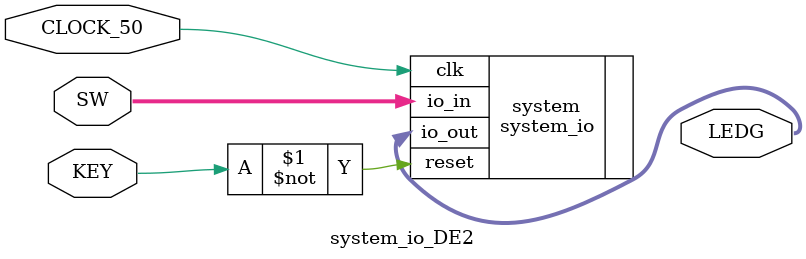
<source format=v>
module system_io_DE2 (
   input CLOCK_50,
   input [0:0] KEY,
   input [3:0] SW,
   output [3:0] LEDG
   );
   
   system_io system (
      .clk        (CLOCK_50),
      .reset      (~KEY[0]),
      .io_in      (SW[3:0]),
      .io_out     (LEDG[3:0])
   );
   
endmodule

</source>
